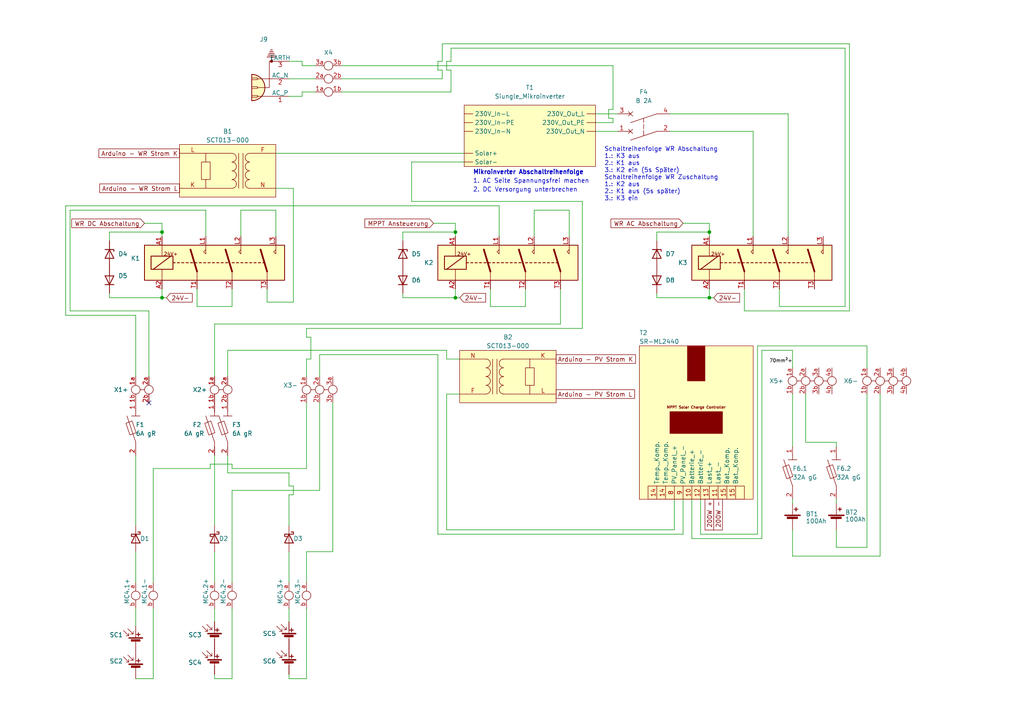
<source format=kicad_sch>
(kicad_sch (version 20211123) (generator eeschema)
  (paper "A4")
  (lib_symbols
    (symbol "AlexLib:Reihenklemme_2-pol-verbunden"
      (property "Reference" "X" (at 0 0 0))
      (property "Value" "Reihenklemme_2-pol-verbunden" (at 0 0 0))
      (symbol "Reihenklemme_2-pol-verbunden_0_1"
        (circle (center -8.89 -6.35) (radius 1.27))
        (circle (center -5.08 -6.35) (radius 1.27))
        (polyline (pts (xy -7.62 -6.35) (xy -6.35 -6.35)))
      )
      (symbol "Reihenklemme_2-pol-verbunden_1_1"
        (pin passive line (at -8.89 -2.54 270) (length 2.54) (name "") (number "1a"))
        (pin passive line (at -8.89 -10.16 90) (length 2.54) (name "") (number "1b"))
        (pin passive line (at -5.08 -2.54 270) (length 2.54) (name "") (number "2a"))
        (pin passive line (at -5.08 -10.16 90) (length 2.54) (name "") (number "2b"))
      )
    )
    (symbol "AlexLib:Reihenklemme_3-pol"
      (property "Reference" "X" (at 0 0 0))
      (property "Value" "Reihenklemme_3-pol" (at 0 0 0))
      (symbol "Reihenklemme_3-pol_0_1"
        (circle (center -8.89 -6.35) (radius 1.27))
        (circle (center -5.08 -6.35) (radius 1.27))
        (circle (center -1.27 -6.35) (radius 1.27))
      )
      (symbol "Reihenklemme_3-pol_1_1"
        (pin passive line (at -8.89 -2.54 270) (length 2.54) (name "") (number "1a"))
        (pin passive line (at -8.89 -10.16 90) (length 2.54) (name "") (number "1b"))
        (pin passive line (at -5.08 -2.54 270) (length 2.54) (name "") (number "2a"))
        (pin passive line (at -5.08 -10.16 90) (length 2.54) (name "") (number "2b"))
        (pin passive line (at -1.27 -2.54 270) (length 2.54) (name "") (number "3a"))
        (pin passive line (at -1.27 -10.16 90) (length 2.54) (name "") (number "3b"))
      )
    )
    (symbol "AlexLib:Reihenklemme_4-pol"
      (property "Reference" "X2+" (at -11.43 -8.8899 0))
      (symbol "Reihenklemme_4-pol_0_1"
        (circle (center -8.89 -10.16) (radius 1.27))
        (circle (center -5.08 -10.16) (radius 1.27))
        (circle (center -1.27 -10.16) (radius 1.27))
        (polyline (pts (xy -7.62 -10.16) (xy -6.35 -10.16)))
        (polyline (pts (xy -3.81 -10.16) (xy -2.54 -10.16)))
        (polyline (pts (xy 0 -10.16) (xy 1.27 -10.16)))
        (circle (center 2.54 -10.16) (radius 1.27))
      )
      (symbol "Reihenklemme_4-pol_1_1"
        (pin passive line (at -8.89 -6.35 270) (length 2.54) (name "") (number "1a"))
        (pin passive line (at -8.89 -13.97 90) (length 2.54) (name "") (number "1b"))
        (pin passive line (at -5.08 -6.35 270) (length 2.54) (name "") (number "2a"))
        (pin passive line (at -5.08 -13.97 90) (length 2.54) (name "") (number "2b"))
        (pin passive line (at -1.27 -6.35 270) (length 2.54) (name "") (number "3a"))
        (pin passive line (at -1.27 -13.97 90) (length 2.54) (name "") (number "3b"))
        (pin passive line (at 2.54 -13.97 90) (length 2.54) (name "") (number "4b"))
        (pin passive line (at 2.54 -6.35 270) (length 2.54) (name "") (number "4b"))
      )
    )
    (symbol "AlexLib:SCT013-000"
      (property "Reference" "B" (at -3.81 -1.27 0))
      (property "Value" "SCT013-000" (at 17.78 -1.27 0))
      (symbol "SCT013-000_0_1"
        (rectangle (start -3.81 -2.54) (end 24.13 -17.78) (fill (type background)))
        (polyline (pts (xy 5.715 -5.08) (xy 5.715 -15.24)))
        (polyline (pts (xy 6.985 -15.24) (xy 6.985 -5.08)))
        (polyline (pts (xy 8.89 -15.24) (xy 16.51 -15.24)))
        (polyline (pts (xy 8.89 -5.08) (xy 16.51 -5.08)))
        (arc (start 3.81 -15.2146) (mid 4.6939 -14.8463) (end 5.08 -13.97))
        (arc (start 3.81 -12.6746) (mid 4.6939 -12.3063) (end 5.08 -11.43))
        (arc (start 3.81 -10.1346) (mid 4.6939 -9.7663) (end 5.08 -8.89))
        (arc (start 3.81 -7.5946) (mid 4.6939 -7.2263) (end 5.08 -6.35))
        (arc (start 5.08 -13.97) (mid 4.708 -13.072) (end 3.81 -12.7))
        (arc (start 5.08 -11.43) (mid 4.708 -10.532) (end 3.81 -10.16))
        (arc (start 5.08 -8.89) (mid 4.708 -7.992) (end 3.81 -7.62))
        (arc (start 5.08 -6.35) (mid 4.708 -5.452) (end 3.81 -5.08))
        (arc (start 7.6454 -11.43) (mid 8.0099 -12.3101) (end 8.89 -12.6746))
        (arc (start 7.6454 -8.89) (mid 8.0099 -9.7701) (end 8.89 -10.1346))
        (arc (start 7.6454 -6.35) (mid 8.0099 -7.2301) (end 8.89 -7.5946))
        (arc (start 7.6708 -13.97) (mid 8.0354 -14.8499) (end 8.9154 -15.2146))
        (arc (start 8.89 -10.16) (mid 7.9958 -10.5285) (end 7.6454 -11.43))
        (arc (start 8.89 -7.62) (mid 7.9958 -7.9885) (end 7.6454 -8.89))
        (arc (start 8.89 -5.08) (mid 7.9958 -5.4485) (end 7.6454 -6.35))
        (arc (start 8.9154 -12.7) (mid 8.0209 -13.0683) (end 7.6708 -13.97))
        (rectangle (start 15.24 -7.62) (end 17.78 -12.7))
        (rectangle (start 16.51 -12.7) (end 16.51 -15.24))
        (rectangle (start 16.51 -5.08) (end 16.51 -7.62))
      )
      (symbol "SCT013-000_1_1"
        (pin passive line (at -3.81 -15.24 0) (length 7.62) (name "") (number "F"))
        (pin passive line (at 24.13 -5.08 180) (length 7.62) (name "") (number "K"))
        (pin passive line (at 24.13 -15.24 180) (length 7.62) (name "") (number "L"))
        (pin passive line (at -3.81 -5.08 0) (length 7.62) (name "") (number "N"))
      )
    )
    (symbol "AlexLib:SR-ML2440"
      (property "Reference" "T" (at 0 0 0))
      (property "Value" "SR-ML2440" (at 5.08 2.54 0))
      (symbol "SR-ML2440_0_0"
        (rectangle (start 0 -2.54) (end 33.02 -46.99) (fill (type background)))
        (rectangle (start 2.54 -43.18) (end 30.48 -46.99))
        (rectangle (start 8.89 -21.59) (end 24.13 -27.94) (fill (type outline)))
        (rectangle (start 13.97 -2.54) (end 19.05 -12.7) (fill (type outline)))
        (text "MPPT Solar Charge Controller" (at 16.51 -20.32 0) (effects (font (size 0.75 0.75))))
      )
      (symbol "SR-ML2440_1_1"
        (pin power_out line (at 15.24 -46.99 90) (length 3.81) (name "Batterie_+") (number "10"))
        (pin power_out line (at 22.86 -46.99 90) (length 3.81) (name "Last_-") (number "11"))
        (pin power_out line (at 17.78 -46.99 90) (length 3.81) (name "Batterie_-") (number "12"))
        (pin power_out line (at 20.32 -46.99 90) (length 3.81) (name "Last_+") (number "13"))
        (pin input line (at 5.08 -46.99 90) (length 3.81) (name "Temp._Komp.") (number "14"))
        (pin input line (at 7.62 -46.99 90) (length 3.81) (name "Temp._Komp.") (number "14"))
        (pin input line (at 25.4 -46.99 90) (length 3.81) (name "Bat._Komp.") (number "15"))
        (pin input line (at 27.94 -46.99 90) (length 3.81) (name "Bat._Komp.") (number "15"))
        (pin power_in line (at 10.16 -46.99 90) (length 3.81) (name "PV_Panel_+") (number "8"))
        (pin power_in line (at 12.7 -46.99 90) (length 3.81) (name "PV_Panel_-") (number "9"))
      )
    )
    (symbol "AlexLib:Sicherungstrennschalter 1 polig"
      (property "Reference" "F" (at 0 0 0))
      (property "Value" "Sicherungstrennschalter 1 polig" (at 0 0 0))
      (symbol "Sicherungstrennschalter 1 polig_0_1"
        (polyline (pts (xy -1.27 -11.43) (xy 1.27 -11.43)))
        (polyline (pts (xy 0 -19.05) (xy -2.54 -11.43)))
        (polyline (pts (xy -2.0066 -13.2334) (xy -2.8448 -13.5382) (xy -1.6764 -16.9418) (xy -0.8128 -16.6116)))
        (polyline (pts (xy -0.7366 -16.5862) (xy 0.1016 -16.2814) (xy -1.0668 -12.8778) (xy -1.9304 -13.208)))
      )
      (symbol "Sicherungstrennschalter 1 polig_1_1"
        (polyline (pts (xy 0 -19.05) (xy 0 -20.32)))
        (polyline (pts (xy 0 -10.16) (xy 0 -11.43)))
        (pin passive line (at 0 -7.62 270) (length 2.54) (name "~") (number "1"))
        (pin passive line (at 0 -22.86 90) (length 2.54) (name "~") (number "2"))
      )
    )
    (symbol "AlexLib:Siungle_Mikroinverter"
      (property "Reference" "T" (at -8.89 1.27 0))
      (property "Value" "Siungle_Mikroinverter" (at 0 3.81 0))
      (symbol "Siungle_Mikroinverter_0_1"
        (rectangle (start -10.16 -1.27) (end 27.94 -19.05) (fill (type background)))
      )
      (symbol "Siungle_Mikroinverter_1_1"
        (pin input line (at -10.16 -3.81 0) (length 2.54) (name "230V_In-L") (number ""))
        (pin input line (at -10.16 -8.89 0) (length 2.54) (name "230V_In-N") (number ""))
        (pin input line (at -10.16 -6.35 0) (length 2.54) (name "230V_In-PE") (number ""))
        (pin output line (at 27.94 -3.81 180) (length 2.54) (name "230V_Out_L") (number ""))
        (pin output line (at 27.94 -8.89 180) (length 2.54) (name "230V_Out_N") (number ""))
        (pin output line (at 27.94 -6.35 180) (length 2.54) (name "230V_Out_PE") (number ""))
        (pin input line (at -10.16 -15.24 0) (length 2.54) (name "Solar+") (number ""))
        (pin input line (at -10.16 -17.78 0) (length 2.54) (name "Solar-") (number ""))
      )
    )
    (symbol "AlexLib:power_contactor"
      (property "Reference" "K" (at 0 1.27 0))
      (property "Value" "power_contactor" (at 0 0 0))
      (symbol "power_contactor_0_0"
        (text "24V+" (at 16.51 6.35 0) (effects (font (size 1 1))))
      )
      (symbol "power_contactor_0_1"
        (polyline (pts (xy 11.43 1.905) (xy 16.51 5.715)) (stroke (width 0.254)))
        (polyline (pts (xy 13.97 -1.27) (xy 13.97 1.905)))
        (polyline (pts (xy 13.97 8.89) (xy 13.97 5.715)))
        (polyline (pts (xy 17.145 3.81) (xy 17.78 3.81)) (stroke (width 0.254)))
        (polyline (pts (xy 18.415 3.81) (xy 19.05 3.81)) (stroke (width 0.254)))
        (polyline (pts (xy 19.685 3.81) (xy 20.32 3.81)) (stroke (width 0.254)))
        (polyline (pts (xy 20.955 3.81) (xy 21.59 3.81)) (stroke (width 0.254)))
        (polyline (pts (xy 22.225 3.81) (xy 22.86 3.81)) (stroke (width 0.254)))
        (polyline (pts (xy 23.495 3.81) (xy 24.13 3.81)) (stroke (width 0.254)))
        (polyline (pts (xy 24.13 1.27) (xy 22.225 7.62)) (stroke (width 0.508)))
        (polyline (pts (xy 24.13 1.27) (xy 24.13 -1.27)))
        (polyline (pts (xy 24.765 3.81) (xy 25.4 3.81)) (stroke (width 0.254)))
        (polyline (pts (xy 26.035 3.81) (xy 26.67 3.81)) (stroke (width 0.254)))
        (polyline (pts (xy 27.305 3.81) (xy 27.94 3.81)) (stroke (width 0.254)))
        (polyline (pts (xy 28.575 3.81) (xy 29.21 3.81)) (stroke (width 0.254)))
        (polyline (pts (xy 29.845 3.81) (xy 30.48 3.81)) (stroke (width 0.254)))
        (polyline (pts (xy 31.115 3.81) (xy 31.75 3.81)) (stroke (width 0.254)))
        (polyline (pts (xy 32.385 3.81) (xy 33.02 3.81)) (stroke (width 0.254)))
        (polyline (pts (xy 34.29 1.27) (xy 32.385 7.62)) (stroke (width 0.508)))
        (polyline (pts (xy 34.29 1.27) (xy 34.29 -1.27)))
        (polyline (pts (xy 34.29 3.81) (xy 34.925 3.81)) (stroke (width 0.254)))
        (polyline (pts (xy 35.56 3.81) (xy 36.195 3.81)) (stroke (width 0.254)))
        (polyline (pts (xy 36.83 3.81) (xy 37.465 3.81)) (stroke (width 0.254)))
        (polyline (pts (xy 38.1 3.81) (xy 38.735 3.81)) (stroke (width 0.254)))
        (polyline (pts (xy 39.37 3.81) (xy 40.005 3.81)) (stroke (width 0.254)))
        (polyline (pts (xy 40.64 3.81) (xy 41.275 3.81)) (stroke (width 0.254)))
        (polyline (pts (xy 41.91 3.81) (xy 42.545 3.81)) (stroke (width 0.254)))
        (polyline (pts (xy 43.18 3.81) (xy 43.815 3.81)) (stroke (width 0.254)))
        (polyline (pts (xy 44.45 1.27) (xy 42.545 7.62)) (stroke (width 0.508)))
        (polyline (pts (xy 44.45 1.27) (xy 44.45 -1.27)))
        (polyline (pts (xy 26.67 8.89) (xy 26.67 6.35) (xy 26.035 6.985) (xy 26.67 7.62)))
        (polyline (pts (xy 36.83 8.89) (xy 36.83 6.35) (xy 36.195 6.985) (xy 36.83 7.62)))
        (polyline (pts (xy 46.99 8.89) (xy 46.99 6.35) (xy 46.355 6.985) (xy 46.99 7.62)))
        (rectangle (start 8.89 8.89) (end 49.53 -1.27) (stroke (width 0.254)) (fill (type background)))
        (rectangle (start 10.795 5.715) (end 17.145 1.905) (stroke (width 0.254)))
      )
      (symbol "power_contactor_1_1"
        (pin passive line (at 13.97 11.43 270) (length 2.54) (name "~") (number "A1"))
        (pin passive line (at 13.97 -3.81 90) (length 2.54) (name "~") (number "A2"))
        (pin passive line (at 26.67 11.43 270) (length 2.54) (name "~") (number "L1"))
        (pin passive line (at 36.83 11.43 270) (length 2.54) (name "~") (number "L2"))
        (pin passive line (at 46.99 11.43 270) (length 2.54) (name "~") (number "L3"))
        (pin passive line (at 24.13 -3.81 90) (length 2.54) (name "~") (number "T1"))
        (pin passive line (at 34.29 -3.81 90) (length 2.54) (name "~") (number "T2"))
        (pin passive line (at 44.45 -3.81 90) (length 2.54) (name "~") (number "T3"))
      )
    )
    (symbol "AlexanderTonnLib:Reihenklemme"
      (property "Reference" "X" (at -5.08 -5.08 0))
      (property "Value" "Reihenklemme" (at 1.27 -7.62 0))
      (symbol "Reihenklemme_0_1"
        (circle (center -1.27 -6.35) (radius 1.27))
      )
      (symbol "Reihenklemme_1_1"
        (pin passive line (at -1.27 -2.54 270) (length 2.54) (name "") (number "a"))
        (pin passive line (at -1.27 -10.16 90) (length 2.54) (name "") (number "b"))
      )
    )
    (symbol "AlexanderTonnLib:Reihenklemme_3-pol-verbunden"
      (property "Reference" "X" (at 0 0 0))
      (property "Value" "Reihenklemme_3-pol-verbunden" (at 0 0 0))
      (symbol "Reihenklemme_3-pol-verbunden_0_1"
        (circle (center -8.89 -10.16) (radius 1.27))
        (circle (center -5.08 -10.16) (radius 1.27))
        (circle (center -1.27 -10.16) (radius 1.27))
        (polyline (pts (xy -7.62 -10.16) (xy -6.35 -10.16)))
        (polyline (pts (xy -3.81 -10.16) (xy -2.54 -10.16)))
      )
      (symbol "Reihenklemme_3-pol-verbunden_1_1"
        (pin passive line (at -8.89 -6.35 270) (length 2.54) (name "") (number "1a"))
        (pin passive line (at -8.89 -13.97 90) (length 2.54) (name "") (number "1b"))
        (pin passive line (at -5.08 -6.35 270) (length 2.54) (name "") (number "2a"))
        (pin passive line (at -5.08 -13.97 90) (length 2.54) (name "") (number "2b"))
        (pin passive line (at -1.27 -6.35 270) (length 2.54) (name "") (number "3a"))
        (pin passive line (at -1.27 -13.97 90) (length 2.54) (name "") (number "3b"))
      )
    )
    (symbol "Connector:Conn_WallSocket_Earth" (pin_names (offset 0))
      (property "Reference" "J" (at 3.81 6.985 0))
      (property "Value" "Conn_WallSocket_Earth" (at 7.62 2.54 90))
      (symbol "Conn_WallSocket_Earth_0_1"
        (circle (center 0 -5.08) (radius 0.3556) (fill (type outline)))
        (polyline (pts (xy -1.27 -6.35) (xy 1.27 -6.35)) (stroke (width 0.2032)))
        (polyline (pts (xy 0 -5.08) (xy 0 -6.35)) (stroke (width 0.2032)))
        (polyline (pts (xy 0.254 -8.382) (xy -0.254 -8.382)) (stroke (width 0.2032)))
        (polyline (pts (xy 0.508 -7.874) (xy -0.508 -7.874)) (stroke (width 0.2032)))
        (polyline (pts (xy 0.762 -7.366) (xy -0.762 -7.366)) (stroke (width 0.2032)))
        (polyline (pts (xy 1.016 -6.858) (xy -1.016 -6.858)) (stroke (width 0.2032)))
        (polyline (pts (xy 4.064 0) (xy 0 0)))
        (polyline (pts (xy 4.064 5.08) (xy 0 5.08)))
        (polyline (pts (xy 5.715 -1.27) (xy 5.715 6.35)) (stroke (width 0.254)))
        (polyline (pts (xy 0 -5.08) (xy 0.635 -5.08) (xy 0.635 2.54) (xy 4.064 2.54)))
        (rectangle (start 5.715 -0.254) (end 4.064 0.254))
        (rectangle (start 5.715 2.286) (end 4.064 2.794))
        (rectangle (start 5.715 4.826) (end 4.064 5.334))
        (arc (start 5.715 6.35) (mid 1.905 2.54) (end 5.715 -1.27) (stroke (width 0.254)) (fill (type background)))
      )
      (symbol "Conn_WallSocket_Earth_1_1"
        (pin power_in line (at -5.08 5.08 0) (length 5.08) (name "AC_P") (number "1"))
        (pin power_in line (at -5.08 0 0) (length 5.08) (name "AC_N") (number "2"))
        (pin passive line (at -5.08 -5.08 0) (length 5.08) (name "EARTH") (number "3"))
      )
    )
    (symbol "Device:Battery_Cell" (pin_numbers hide) (pin_names (offset 0) hide)
      (property "Reference" "BT" (at 2.54 2.54 0))
      (property "Value" "Battery_Cell" (at 2.54 0 0))
      (symbol "Battery_Cell_0_1"
        (rectangle (start -2.286 1.778) (end 2.286 1.524) (fill (type outline)))
        (rectangle (start -1.5748 1.1938) (end 1.4732 0.6858) (fill (type outline)))
        (polyline (pts (xy 0 0.762) (xy 0 0)))
        (polyline (pts (xy 0 1.778) (xy 0 2.54)))
        (polyline (pts (xy 0.508 3.429) (xy 1.524 3.429)) (stroke (width 0.254)))
        (polyline (pts (xy 1.016 3.937) (xy 1.016 2.921)) (stroke (width 0.254)))
      )
      (symbol "Battery_Cell_1_1"
        (pin passive line (at 0 5.08 270) (length 2.54) (name "+") (number "1"))
        (pin passive line (at 0 -2.54 90) (length 2.54) (name "-") (number "2"))
      )
    )
    (symbol "Device:CircuitBreaker_2P"
      (property "Reference" "CB" (at 3.81 0 0))
      (property "Value" "CircuitBreaker_2P" (at 3.81 2.54 0))
      (symbol "CircuitBreaker_2P_0_1"
        (polyline (pts (xy -3.81 0) (xy -2.286 0)))
        (polyline (pts (xy -2.54 -3.81) (xy -5.08 3.81)))
        (polyline (pts (xy -1.778 0) (xy -0.508 0)))
        (polyline (pts (xy 0 0) (xy 1.27 0)))
        (polyline (pts (xy 2.54 -5.08) (xy 2.54 -3.81)))
        (polyline (pts (xy 2.54 -3.81) (xy 0 3.81)))
      )
      (symbol "CircuitBreaker_2P_1_1"
        (polyline (pts (xy -3.175 4.445) (xy -1.905 3.175)))
        (polyline (pts (xy -2.54 -3.81) (xy -2.54 -5.08)))
        (polyline (pts (xy -2.54 5.08) (xy -2.54 3.81)))
        (polyline (pts (xy -1.905 4.445) (xy -3.175 3.175)))
        (polyline (pts (xy 1.905 4.445) (xy 3.175 3.175)))
        (polyline (pts (xy 2.54 5.08) (xy 2.54 3.81)))
        (polyline (pts (xy 3.175 4.445) (xy 1.905 3.175)))
        (pin passive line (at -2.54 7.62 270) (length 2.54) (name "~") (number "1"))
        (pin passive line (at -2.54 -7.62 90) (length 2.54) (name "~") (number "2"))
        (pin passive line (at 2.54 7.62 270) (length 2.54) (name "~") (number "3"))
        (pin passive line (at 2.54 -7.62 90) (length 2.54) (name "~") (number "4"))
      )
    )
    (symbol "Device:D_Schottky" (pin_numbers hide) (pin_names (offset 1.016) hide)
      (property "Reference" "D" (at 0 2.54 0))
      (property "Value" "D_Schottky" (at 0 -2.54 0))
      (symbol "D_Schottky_0_1"
        (polyline (pts (xy 1.27 0) (xy -1.27 0)))
        (polyline (pts (xy 1.27 1.27) (xy 1.27 -1.27) (xy -1.27 0) (xy 1.27 1.27)) (stroke (width 0.254)))
        (polyline (pts (xy -1.905 0.635) (xy -1.905 1.27) (xy -1.27 1.27) (xy -1.27 -1.27) (xy -0.635 -1.27) (xy -0.635 -0.635)) (stroke (width 0.254)))
      )
      (symbol "D_Schottky_1_1"
        (pin passive line (at -3.81 0 0) (length 2.54) (name "K") (number "1"))
        (pin passive line (at 3.81 0 180) (length 2.54) (name "A") (number "2"))
      )
    )
    (symbol "Device:D_Zener" (pin_numbers hide) (pin_names (offset 1.016) hide)
      (property "Reference" "D" (at 0 2.54 0))
      (property "Value" "D_Zener" (at 0 -2.54 0))
      (symbol "D_Zener_0_1"
        (polyline (pts (xy 1.27 0) (xy -1.27 0)))
        (polyline (pts (xy -1.27 -1.27) (xy -1.27 1.27) (xy -0.762 1.27)) (stroke (width 0.254)))
        (polyline (pts (xy 1.27 -1.27) (xy 1.27 1.27) (xy -1.27 0) (xy 1.27 -1.27)) (stroke (width 0.254)))
      )
      (symbol "D_Zener_1_1"
        (pin passive line (at -3.81 0 0) (length 2.54) (name "K") (number "1"))
        (pin passive line (at 3.81 0 180) (length 2.54) (name "A") (number "2"))
      )
    )
    (symbol "Device:Solar_Cell" (pin_numbers hide) (pin_names (offset 0) hide)
      (property "Reference" "SC" (at 2.54 2.54 0))
      (property "Value" "Solar_Cell" (at 2.54 0 0))
      (symbol "Solar_Cell_0_1"
        (rectangle (start -2.032 1.778) (end 2.032 1.524) (fill (type outline)))
        (rectangle (start -1.3208 1.1938) (end 1.27 0.6858) (fill (type outline)))
        (polyline (pts (xy -2.032 2.286) (xy -3.556 3.81)))
        (polyline (pts (xy -0.762 2.794) (xy -2.286 4.318)))
        (polyline (pts (xy 0 0.762) (xy 0 0)))
        (polyline (pts (xy 0 1.778) (xy 0 2.54)))
        (polyline (pts (xy 0.254 2.667) (xy 1.27 2.667)) (stroke (width 0.254)))
        (polyline (pts (xy 0.762 3.175) (xy 0.762 2.159)) (stroke (width 0.254)))
        (polyline (pts (xy -2.032 3.048) (xy -2.032 2.286) (xy -2.794 2.286)))
        (polyline (pts (xy -0.762 3.556) (xy -0.762 2.794) (xy -1.524 2.794)))
      )
      (symbol "Solar_Cell_1_1"
        (pin passive line (at 0 5.08 270) (length 2.54) (name "+") (number "1"))
        (pin passive line (at 0 -2.54 90) (length 2.54) (name "-") (number "2"))
      )
    )
    (symbol "Simulation_SPICE:DIODE" (pin_numbers hide) (pin_names (offset 1.016) hide)
      (property "Reference" "D" (at 0 2.54 0))
      (property "Value" "DIODE" (at 0 -2.54 0))
      (symbol "DIODE_0_1"
        (polyline (pts (xy 1.27 0) (xy -1.27 0)))
        (polyline (pts (xy 1.27 1.27) (xy 1.27 -1.27)) (stroke (width 0.254)))
        (polyline (pts (xy -1.27 -1.27) (xy -1.27 1.27) (xy 1.27 0) (xy -1.27 -1.27)) (stroke (width 0.254)))
      )
      (symbol "DIODE_1_1"
        (pin passive line (at -3.81 0 0) (length 2.54) (name "A") (number "1"))
        (pin passive line (at 3.81 0 180) (length 2.54) (name "K") (number "2"))
      )
    )
  )
  (junction (at 46.99 86.36))
  (junction (at 132.08 67.31))
  (junction (at 46.99 67.31))
  (junction (at 205.74 67.31))
  (junction (at 132.08 86.36))
  (junction (at 205.74 86.36))
  (no_connect (at 43.18 116.84))
  (wire (pts (xy 62.23 93.98) (xy 62.23 109.22)))
  (wire (pts (xy 129.54 17.78) (xy 129.54 20.32)))
  (wire (pts (xy 83.82 160.02) (xy 83.82 168.91)))
  (wire (pts (xy 203.2 154.94) (xy 219.71 154.94)))
  (wire (pts (xy 245.11 88.9) (xy 245.11 13.97)))
  (wire (pts (xy 242.57 128.27) (xy 242.57 129.54)))
  (wire (pts (xy 229.87 153.67) (xy 229.87 161.29)))
  (wire (pts (xy 92.71 116.84) (xy 92.71 142.24)))
  (wire (pts (xy 219.71 100.33) (xy 251.46 100.33)))
  (wire (pts (xy 83.82 143.51) (xy 85.09 143.51)))
  (wire (pts (xy 194.31 33.02) (xy 228.6 33.02)))
  (wire (pts (xy 130.81 17.78) (xy 129.54 17.78)))
  (wire (pts (xy 229.87 161.29) (xy 255.27 161.29)))
  (wire (pts (xy 67.31 134.62) (xy 60.96 134.62)))
  (wire (pts (xy 205.74 86.36) (xy 205.74 83.82)))
  (wire (pts (xy 129.54 104.14) (xy 133.35 104.14)))
  (wire (pts (xy 242.57 144.78) (xy 242.57 146.05)))
  (wire (pts (xy 62.23 160.02) (xy 62.23 168.91)))
  (wire (pts (xy 99.06 19.05) (xy 177.8 19.05)))
  (wire (pts (xy 242.57 153.67) (xy 242.57 158.75)))
  (wire (pts (xy 168.91 58.42) (xy 119.38 58.42)))
  (wire (pts (xy 87.63 27.94) (xy 87.63 26.67)))
  (wire (pts (xy 152.4 88.9) (xy 152.4 83.82)))
  (wire (pts (xy 43.18 90.17) (xy 20.32 90.17)))
  (wire (pts (xy 128.27 22.86) (xy 99.06 22.86)))
  (wire (pts (xy 88.9 97.79) (xy 90.17 97.79)))
  (wire (pts (xy 83.82 176.53) (xy 83.82 180.34)))
  (wire (pts (xy 88.9 104.14) (xy 88.9 109.22)))
  (wire (pts (xy 88.9 196.85) (xy 83.82 196.85)))
  (wire (pts (xy 83.82 140.97) (xy 83.82 137.16)))
  (wire (pts (xy 154.94 68.58) (xy 154.94 60.96)))
  (wire (pts (xy 200.66 144.78) (xy 200.66 156.21)))
  (wire (pts (xy 62.23 176.53) (xy 62.23 180.34)))
  (wire (pts (xy 90.17 97.79) (xy 90.17 104.14)))
  (wire (pts (xy 176.53 34.29) (xy 176.53 31.75)))
  (wire (pts (xy 215.9 90.17) (xy 246.38 90.17)))
  (wire (pts (xy 198.12 154.94) (xy 198.12 144.78)))
  (wire (pts (xy 132.08 64.77) (xy 132.08 67.31)))
  (wire (pts (xy 69.85 60.96) (xy 80.01 60.96)))
  (wire (pts (xy 129.54 153.67) (xy 195.58 153.67)))
  (wire (pts (xy 119.38 46.99) (xy 134.62 46.99)))
  (wire (pts (xy 20.32 60.96) (xy 59.69 60.96)))
  (wire (pts (xy 87.63 17.78) (xy 83.82 17.78)))
  (wire (pts (xy 67.31 135.89) (xy 67.31 134.62)))
  (wire (pts (xy 127 102.87) (xy 127 154.94)))
  (wire (pts (xy 39.37 91.44) (xy 19.05 91.44)))
  (wire (pts (xy 46.99 67.31) (xy 46.99 68.58)))
  (wire (pts (xy 218.44 38.1) (xy 218.44 68.58)))
  (wire (pts (xy 88.9 160.02) (xy 96.52 160.02)))
  (wire (pts (xy 190.5 85.09) (xy 190.5 86.36)))
  (wire (pts (xy 39.37 91.44) (xy 39.37 109.22)))
  (wire (pts (xy 162.56 93.98) (xy 62.23 93.98)))
  (wire (pts (xy 57.15 88.9) (xy 67.31 88.9)))
  (wire (pts (xy 154.94 60.96) (xy 165.1 60.96)))
  (wire (pts (xy 190.5 67.31) (xy 205.74 67.31)))
  (wire (pts (xy 31.75 67.31) (xy 46.99 67.31)))
  (wire (pts (xy 20.32 90.17) (xy 20.32 60.96)))
  (wire (pts (xy 67.31 196.85) (xy 62.23 196.85)))
  (wire (pts (xy 59.69 60.96) (xy 59.69 68.58)))
  (wire (pts (xy 242.57 158.75) (xy 251.46 158.75)))
  (wire (pts (xy 190.5 86.36) (xy 205.74 86.36)))
  (wire (pts (xy 116.84 69.85) (xy 116.84 67.31)))
  (wire (pts (xy 190.5 69.85) (xy 190.5 67.31)))
  (wire (pts (xy 233.68 114.3) (xy 233.68 128.27)))
  (wire (pts (xy 41.91 64.77) (xy 46.99 64.77)))
  (wire (pts (xy 85.09 143.51) (xy 85.09 140.97)))
  (wire (pts (xy 67.31 88.9) (xy 67.31 83.82)))
  (wire (pts (xy 251.46 100.33) (xy 251.46 106.68)))
  (wire (pts (xy 229.87 114.3) (xy 229.87 129.54)))
  (wire (pts (xy 144.78 59.69) (xy 144.78 68.58)))
  (wire (pts (xy 88.9 135.89) (xy 67.31 135.89)))
  (wire (pts (xy 67.31 142.24) (xy 92.71 142.24)))
  (wire (pts (xy 19.05 91.44) (xy 19.05 59.69)))
  (wire (pts (xy 83.82 195.58) (xy 83.82 196.85)))
  (wire (pts (xy 130.81 26.67) (xy 99.06 26.67)))
  (wire (pts (xy 255.27 161.29) (xy 255.27 114.3)))
  (wire (pts (xy 127 20.32) (xy 128.27 20.32)))
  (wire (pts (xy 129.54 114.3) (xy 129.54 153.67)))
  (wire (pts (xy 67.31 168.91) (xy 67.31 142.24)))
  (wire (pts (xy 128.27 20.32) (xy 128.27 22.86)))
  (wire (pts (xy 90.17 104.14) (xy 88.9 104.14)))
  (wire (pts (xy 96.52 160.02) (xy 96.52 116.84)))
  (wire (pts (xy 83.82 22.86) (xy 91.44 22.86)))
  (wire (pts (xy 165.1 60.96) (xy 165.1 68.58)))
  (wire (pts (xy 142.24 88.9) (xy 152.4 88.9)))
  (wire (pts (xy 132.08 86.36) (xy 133.35 86.36)))
  (wire (pts (xy 194.31 38.1) (xy 218.44 38.1)))
  (wire (pts (xy 77.47 87.63) (xy 85.09 87.63)))
  (wire (pts (xy 132.08 83.82) (xy 132.08 86.36)))
  (wire (pts (xy 220.98 101.6) (xy 220.98 156.21)))
  (wire (pts (xy 177.8 31.75) (xy 177.8 19.05)))
  (wire (pts (xy 168.91 95.25) (xy 168.91 58.42)))
  (wire (pts (xy 43.18 109.22) (xy 43.18 90.17)))
  (wire (pts (xy 207.01 86.36) (xy 205.74 86.36)))
  (wire (pts (xy 31.75 69.85) (xy 31.75 67.31)))
  (wire (pts (xy 132.08 67.31) (xy 132.08 68.58)))
  (wire (pts (xy 46.99 64.77) (xy 46.99 67.31)))
  (wire (pts (xy 80.01 60.96) (xy 80.01 68.58)))
  (wire (pts (xy 203.2 144.78) (xy 203.2 154.94)))
  (wire (pts (xy 172.72 35.56) (xy 177.8 35.56)))
  (wire (pts (xy 88.9 95.25) (xy 88.9 97.79)))
  (wire (pts (xy 229.87 144.78) (xy 229.87 146.05)))
  (wire (pts (xy 92.71 102.87) (xy 92.71 109.22)))
  (wire (pts (xy 226.06 88.9) (xy 245.11 88.9)))
  (wire (pts (xy 142.24 83.82) (xy 142.24 88.9)))
  (wire (pts (xy 205.74 64.77) (xy 205.74 67.31)))
  (wire (pts (xy 66.04 132.08) (xy 66.04 137.16)))
  (wire (pts (xy 229.87 101.6) (xy 229.87 106.68)))
  (wire (pts (xy 133.35 114.3) (xy 129.54 114.3)))
  (wire (pts (xy 31.75 86.36) (xy 46.99 86.36)))
  (wire (pts (xy 88.9 176.53) (xy 88.9 196.85)))
  (wire (pts (xy 88.9 95.25) (xy 168.91 95.25)))
  (wire (pts (xy 200.66 156.21) (xy 220.98 156.21)))
  (wire (pts (xy 69.85 68.58) (xy 69.85 60.96)))
  (wire (pts (xy 92.71 102.87) (xy 127 102.87)))
  (wire (pts (xy 85.09 87.63) (xy 85.09 54.61)))
  (wire (pts (xy 77.47 83.82) (xy 77.47 87.63)))
  (wire (pts (xy 66.04 101.6) (xy 66.04 109.22)))
  (wire (pts (xy 219.71 154.94) (xy 219.71 100.33)))
  (wire (pts (xy 116.84 67.31) (xy 132.08 67.31)))
  (wire (pts (xy 176.53 31.75) (xy 177.8 31.75)))
  (wire (pts (xy 179.07 38.1) (xy 172.72 38.1)))
  (wire (pts (xy 39.37 176.53) (xy 39.37 181.61)))
  (wire (pts (xy 119.38 58.42) (xy 119.38 46.99)))
  (wire (pts (xy 83.82 27.94) (xy 87.63 27.94)))
  (wire (pts (xy 57.15 83.82) (xy 57.15 88.9)))
  (wire (pts (xy 127 154.94) (xy 198.12 154.94)))
  (wire (pts (xy 48.26 86.36) (xy 46.99 86.36)))
  (wire (pts (xy 46.99 86.36) (xy 46.99 83.82)))
  (wire (pts (xy 60.96 135.89) (xy 44.45 135.89)))
  (wire (pts (xy 31.75 85.09) (xy 31.75 86.36)))
  (wire (pts (xy 44.45 176.53) (xy 44.45 196.85)))
  (wire (pts (xy 19.05 59.69) (xy 144.78 59.69)))
  (wire (pts (xy 233.68 128.27) (xy 242.57 128.27)))
  (wire (pts (xy 220.98 101.6) (xy 229.87 101.6)))
  (wire (pts (xy 60.96 134.62) (xy 60.96 135.89)))
  (wire (pts (xy 226.06 83.82) (xy 226.06 88.9)))
  (wire (pts (xy 130.81 13.97) (xy 130.81 17.78)))
  (wire (pts (xy 205.74 67.31) (xy 205.74 68.58)))
  (wire (pts (xy 128.27 12.7) (xy 128.27 17.78)))
  (wire (pts (xy 62.23 132.08) (xy 62.23 152.4)))
  (wire (pts (xy 177.8 35.56) (xy 177.8 34.29)))
  (wire (pts (xy 129.54 101.6) (xy 129.54 104.14)))
  (wire (pts (xy 67.31 176.53) (xy 67.31 196.85)))
  (wire (pts (xy 228.6 33.02) (xy 228.6 68.58)))
  (wire (pts (xy 80.01 44.45) (xy 134.62 44.45)))
  (wire (pts (xy 62.23 196.85) (xy 62.23 195.58)))
  (wire (pts (xy 87.63 19.05) (xy 91.44 19.05)))
  (wire (pts (xy 39.37 160.02) (xy 39.37 168.91)))
  (wire (pts (xy 87.63 19.05) (xy 87.63 17.78)))
  (wire (pts (xy 179.07 33.02) (xy 172.72 33.02)))
  (wire (pts (xy 251.46 158.75) (xy 251.46 114.3)))
  (wire (pts (xy 215.9 83.82) (xy 215.9 90.17)))
  (wire (pts (xy 246.38 12.7) (xy 128.27 12.7)))
  (wire (pts (xy 195.58 153.67) (xy 195.58 144.78)))
  (wire (pts (xy 83.82 137.16) (xy 66.04 137.16)))
  (wire (pts (xy 177.8 34.29) (xy 176.53 34.29)))
  (wire (pts (xy 127 17.78) (xy 127 20.32)))
  (wire (pts (xy 129.54 20.32) (xy 130.81 20.32)))
  (wire (pts (xy 198.12 64.77) (xy 205.74 64.77)))
  (wire (pts (xy 44.45 135.89) (xy 44.45 168.91)))
  (wire (pts (xy 116.84 86.36) (xy 132.08 86.36)))
  (wire (pts (xy 129.54 101.6) (xy 66.04 101.6)))
  (wire (pts (xy 88.9 116.84) (xy 88.9 135.89)))
  (wire (pts (xy 246.38 90.17) (xy 246.38 12.7)))
  (wire (pts (xy 245.11 13.97) (xy 130.81 13.97)))
  (wire (pts (xy 85.09 140.97) (xy 83.82 140.97)))
  (wire (pts (xy 130.81 20.32) (xy 130.81 26.67)))
  (wire (pts (xy 83.82 143.51) (xy 83.82 152.4)))
  (wire (pts (xy 39.37 132.08) (xy 39.37 152.4)))
  (wire (pts (xy 44.45 196.85) (xy 39.37 196.85)))
  (wire (pts (xy 88.9 168.91) (xy 88.9 160.02)))
  (wire (pts (xy 116.84 85.09) (xy 116.84 86.36)))
  (wire (pts (xy 80.01 54.61) (xy 85.09 54.61)))
  (wire (pts (xy 162.56 83.82) (xy 162.56 93.98)))
  (wire (pts (xy 128.27 17.78) (xy 127 17.78)))
  (wire (pts (xy 125.73 64.77) (xy 132.08 64.77)))
  (wire (pts (xy 87.63 26.67) (xy 91.44 26.67)))
  (text "Mikroinverter Abschaltreihenfolge" (at 137.16 50.8 0) (effects (font (size 1.27 1.27) (thickness 0.254) bold) (justify left bottom)))
  (text "1. AC Seite Spannungsfrei machen" (at 137.16 53.34 0) (effects (font (size 1.27 1.27)) (justify left bottom)))
  (text "Schaltreihenfolge WR Abschaltung\n1.: K3 aus\n2.: K1 aus\n3.: K2 ein (5s Später)\nSchaltreihenfolge WR Zuschaltung\n1.: K2 aus\n2.: K1 aus (5s später)\n3.: K3 ein " (at 175.26 58.42 0) (effects (font (size 1.27 1.27)) (justify left bottom)))
  (text "2. DC Versorgung unterbrechen" (at 137.16 55.88 0) (effects (font (size 1.27 1.27)) (justify left bottom)))
  (label "70mm²+" (at 229.87 105.41 180) (effects (font (size 1 1))))
  (global_label "Arduino - WR Strom K" (shape passive) (at 52.07 44.45 180) (property "Referenzen zwischen Schaltplänen" "${INTERSHEET_REFS}" (effects hide)))
  (global_label "24V-" (shape input) (at 48.26 86.36 0) (property "Referenzen zwischen Schaltplänen" "${INTERSHEET_REFS}" (effects hide)))
  (global_label "200W -" (shape passive) (at 208.28 144.78 270) (property "Referenzen zwischen Schaltplänen" "${INTERSHEET_REFS}" (effects hide)))
  (global_label "24V-" (shape input) (at 207.01 86.36 0) (property "Referenzen zwischen Schaltplänen" "${INTERSHEET_REFS}" (effects hide)))
  (global_label "24V-" (shape input) (at 133.35 86.36 0) (property "Referenzen zwischen Schaltplänen" "${INTERSHEET_REFS}" (effects hide)))
  (global_label "MPPT Ansteuerung" (shape input) (at 125.73 64.77 180) (property "Referenzen zwischen Schaltplänen" "${INTERSHEET_REFS}" (effects hide)))
  (global_label "WR DC Abschaltung" (shape input) (at 41.91 64.77 180) (property "Referenzen zwischen Schaltplänen" "${INTERSHEET_REFS}" (effects hide)))
  (global_label "200W +" (shape passive) (at 205.74 144.78 270) (property "Referenzen zwischen Schaltplänen" "${INTERSHEET_REFS}" (effects hide)))
  (global_label "WR AC Abschaltung" (shape input) (at 198.12 64.77 180) (property "Referenzen zwischen Schaltplänen" "${INTERSHEET_REFS}" (effects hide)))
  (global_label "Arduino - WR Strom L" (shape passive) (at 52.07 54.61 180) (property "Referenzen zwischen Schaltplänen" "${INTERSHEET_REFS}" (effects hide)))
  (global_label "Arduino - PV Strom K" (shape passive) (at 161.29 104.14 0) (property "Referenzen zwischen Schaltplänen" "${INTERSHEET_REFS}" (effects hide)))
  (global_label "Arduino - PV Strom L" (shape passive) (at 161.29 114.3 0) (property "Referenzen zwischen Schaltplänen" "${INTERSHEET_REFS}" (effects hide)))
  (symbol (lib_id "AlexLib:Sicherungstrennschalter 1 polig") (at 229.87 121.92 0) (unit 1)
    (property "Reference" "F6.1" (at 229.87 135.89 0) (effects (justify left)))
    (property "Value" "32A gG" (at 229.87 138.43 0) (effects (justify left)))
    (property "Datasheet" "https://www.schutzschalter-online.de/produkte/sicherungssysteme-lasttrennschalter-sicherungen-sicherungshalter/lasttrennschalter-fuer-zylindrische-sicherungen/opvp10-lasttrennschalter-fuer-10x38mm-sicherungen.html" (effects hide))
  )
  (symbol (lib_id "Device:Solar_Cell") (at 83.82 185.42 0) (unit 1)
    (property "Reference" "SC5" (at 76.2 183.7691 0) (effects (justify left)))
    (property "Value" "Solar_Cell" (effects hide))
  )
  (symbol (lib_id "AlexanderTonnLib:Reihenklemme") (at 45.72 166.37 0) (unit 1)
    (property "Reference" "MC4.1-" (at 41.91 175.26 90) (effects (justify left)))
    (property "Value" "Reihenklemme" (effects hide))
  )
  (symbol (lib_id "AlexLib:power_contactor") (at 191.77 80.01 0) (unit 1)
    (property "Reference" "K3" (at 199.39 76.1999 0) (effects (justify right)))
    (property "Value" "power_contactor" (effects hide))
  )
  (symbol (lib_id "AlexanderTonnLib:Reihenklemme") (at 85.09 166.37 0) (unit 1)
    (property "Reference" "MC4.3+" (at 81.28 175.26 90) (effects (justify left)))
    (property "Value" "Reihenklemme" (effects hide))
  )
  (symbol (lib_id "Device:Battery_Cell") (at 242.57 151.13 0) (unit 1)
    (property "Reference" "BT2" (at 245.11 148.59 0) (effects (justify left)))
    (property "Value" "100Ah" (at 245.11 150.6221 0) (effects (justify left)))
  )
  (symbol (lib_id "AlexanderTonnLib:Reihenklemme") (at 40.64 166.37 0) (unit 1)
    (property "Reference" "MC4.1+" (at 36.83 175.26 90) (effects (justify left)))
    (property "Value" "Reihenklemme" (effects hide))
  )
  (symbol (lib_id "Device:D_Zener") (at 190.5 73.66 270) (unit 1)
    (property "Reference" "D7" (at 193.04 73.6599 90) (effects (justify left)))
    (property "Value" "D_Zener" (effects hide))
  )
  (symbol (lib_id "AlexLib:Siungle_Mikroinverter") (at 144.78 29.21 0) (unit 1)
    (property "Reference" "T1" (at 153.67 25.4 0))
    (property "Value" "Siungle_Mikroinverter" (at 153.67 27.94 0))
  )
  (symbol (lib_id "Device:Solar_Cell") (at 39.37 186.69 0) (unit 1)
    (property "Reference" "SC1" (at 31.75 184.15 0) (effects (justify left)))
    (property "Value" "Solar_Cell" (effects hide))
  )
  (symbol (lib_id "AlexLib:power_contactor") (at 33.02 80.01 0) (unit 1)
    (property "Reference" "K1" (at 40.64 74.9299 0) (effects (justify right)))
    (property "Value" "power_contactor" (effects hide))
  )
  (symbol (lib_id "Device:D_Schottky") (at 39.37 156.21 270) (unit 1)
    (property "Reference" "D1" (at 40.64 156.21 90) (effects (justify left)))
    (property "Value" "D_Schottky" (effects hide))
  )
  (symbol (lib_id "AlexLib:Sicherungstrennschalter 1 polig") (at 242.57 121.92 0) (unit 1)
    (property "Reference" "F6.2" (at 242.57 135.89 0) (effects (justify left)))
    (property "Value" "32A gG" (at 242.57 138.43 0) (effects (justify left)))
    (property "Datasheet" "https://www.schutzschalter-online.de/produkte/sicherungssysteme-lasttrennschalter-sicherungen-sicherungshalter/lasttrennschalter-fuer-zylindrische-sicherungen/opvp10-lasttrennschalter-fuer-10x38mm-sicherungen.html" (effects hide))
  )
  (symbol (lib_id "AlexLib:Sicherungstrennschalter 1 polig") (at 39.37 109.22 0) (unit 1)
    (property "Reference" "F1" (at 39.37 123.19 0) (effects (justify left)))
    (property "Value" "6A gR" (at 39.37 125.73 0) (effects (justify left)))
    (property "Datasheet" "https://www.schutzschalter-online.de/produkte/sicherungssysteme-lasttrennschalter-sicherungen-sicherungshalter/lasttrennschalter-fuer-zylindrische-sicherungen/opvp10-lasttrennschalter-fuer-10x38mm-sicherungen.html" (effects hide))
  )
  (symbol (lib_id "Device:D_Zener") (at 31.75 73.66 270) (unit 1)
    (property "Reference" "D4" (at 34.29 73.6599 90) (effects (justify left)))
    (property "Value" "D_Zener" (effects hide))
  )
  (symbol (lib_id "AlexLib:SCT013-000") (at 76.2 59.69 180) (unit 1)
    (property "Reference" "B1" (at 66.04 38.1 0))
    (property "Value" "SCT013-000" (at 66.04 40.64 0))
  )
  (symbol (lib_id "Device:Battery_Cell") (at 229.87 151.13 0) (unit 1)
    (property "Reference" "BT1" (at 233.68 149.0979 0) (effects (justify left)))
    (property "Value" "100Ah" (at 233.68 151.13 0) (effects (justify left)))
  )
  (symbol (lib_id "AlexLib:Reihenklemme_2-pol-verbunden") (at 48.26 106.68 0) (unit 1)
    (property "Reference" "X1+" (at 33.02 113.03 0) (effects (justify left)))
    (property "Value" "Reihenklemme_2-pol-verbunden" (effects hide))
  )
  (symbol (lib_id "Simulation_SPICE:DIODE") (at 190.5 81.28 270) (unit 1)
    (property "Reference" "D8" (at 193.04 81.2799 90) (effects (justify left)))
    (property "Value" "DIODE" (effects hide))
    (property "Spice_Netlist_Enabled" "Y" (effects hide))
    (property "Spice_Primitive" "D" (effects hide))
  )
  (symbol (lib_id "Device:Solar_Cell") (at 83.82 193.04 0) (unit 1)
    (property "Reference" "SC6" (at 76.2 191.77 0) (effects (justify left)))
    (property "Value" "Solar_Cell" (effects hide))
  )
  (symbol (lib_id "AlexLib:SR-ML2440") (at 185.42 97.79 0) (unit 1)
    (property "Reference" "T2" (at 185.42 96.52 0) (effects (justify left)))
    (property "Value" "SR-ML2440" (at 185.42 99.06 0) (effects (justify left)))
  )
  (symbol (lib_id "Simulation_SPICE:DIODE") (at 116.84 81.28 270) (unit 1)
    (property "Reference" "D6" (at 119.38 81.2799 90) (effects (justify left)))
    (property "Value" "DIODE" (effects hide))
    (property "Spice_Netlist_Enabled" "Y" (effects hide))
    (property "Spice_Primitive" "D" (effects hide))
  )
  (symbol (lib_id "AlexLib:Reihenklemme_2-pol-verbunden") (at 71.12 106.68 0) (unit 1)
    (property "Reference" "X2+" (at 55.88 113.03 0) (effects (justify left)))
    (property "Value" "Reihenklemme_2-pol-verbunden" (effects hide))
  )
  (symbol (lib_id "AlexanderTonnLib:Reihenklemme_3-pol-verbunden") (at 97.79 102.87 0) (unit 1)
    (property "Reference" "X3-" (at 86.36 111.7599 0) (effects (justify right)))
    (property "Value" "Reihenklemme_3-pol-verbunden" (effects hide))
  )
  (symbol (lib_id "AlexLib:Sicherungstrennschalter 1 polig") (at 62.23 109.22 0) (unit 1)
    (property "Reference" "F2" (at 55.88 123.19 0) (effects (justify left)))
    (property "Value" "6A gR" (at 53.34 125.73 0) (effects (justify left)))
    (property "Datasheet" "https://www.schutzschalter-online.de/produkte/sicherungssysteme-lasttrennschalter-sicherungen-sicherungshalter/lasttrennschalter-fuer-zylindrische-sicherungen/opvp10-lasttrennschalter-fuer-10x38mm-sicherungen.html" (effects hide))
  )
  (symbol (lib_id "Device:D_Schottky") (at 62.23 156.21 270) (unit 1)
    (property "Reference" "D2" (at 63.5 156.21 90) (effects (justify left)))
    (property "Value" "D_Schottky" (effects hide))
  )
  (symbol (lib_id "AlexLib:Reihenklemme_3-pol") (at 88.9 17.78 90) (unit 1)
    (property "Reference" "X4" (at 95.25 15.24 90))
    (property "Value" "Reihenklemme_3-pol" (effects hide))
  )
  (symbol (lib_id "AlexLib:Reihenklemme_4-pol") (at 238.76 100.33 0) (unit 1)
    (property "Reference" "X5+" (at 227.33 110.4899 0) (effects (justify right)))
    (property "Value" "Reihenklemme_4-pol" (effects hide))
  )
  (symbol (lib_id "Connector:Conn_WallSocket_Earth") (at 78.74 22.86 180) (unit 1)
    (property "Reference" "J9" (at 76.5048 11.43 0))
    (property "Value" "Conn_WallSocket_Earth" (effects hide))
  )
  (symbol (lib_id "AlexanderTonnLib:Reihenklemme") (at 90.17 166.37 0) (unit 1)
    (property "Reference" "MC4.3-" (at 86.36 175.26 90) (effects (justify left)))
    (property "Value" "Reihenklemme" (effects hide))
  )
  (symbol (lib_id "Device:CircuitBreaker_2P") (at 186.69 35.56 90) (unit 1)
    (property "Reference" "F4" (at 186.69 26.67 90))
    (property "Value" "B 2A" (at 186.69 29.21 90))
    (property "Datasheet" "https://www.conrad.de/de/p/chint-179647-nb1-63-2p-b25-6ka-db-leitungsschutzschalter-2polig-25-a-240-v-415-v-2525059.html" (effects hide))
  )
  (symbol (lib_id "AlexanderTonnLib:Reihenklemme") (at 63.5 166.37 0) (unit 1)
    (property "Reference" "MC4.2+" (at 59.69 175.26 90) (effects (justify left)))
    (property "Value" "Reihenklemme" (effects hide))
  )
  (symbol (lib_id "AlexLib:SCT013-000") (at 137.16 99.06 0) (unit 1)
    (property "Reference" "B2" (at 147.32 97.79 0))
    (property "Value" "SCT013-000" (at 147.32 100.33 0))
  )
  (symbol (lib_id "Device:Solar_Cell") (at 62.23 193.04 0) (unit 1)
    (property "Reference" "SC4" (at 54.61 192.1509 0) (effects (justify left)))
    (property "Value" "Solar_Cell" (effects hide))
  )
  (symbol (lib_id "Device:D_Zener") (at 116.84 73.66 270) (unit 1)
    (property "Reference" "D5" (at 119.38 73.6599 90) (effects (justify left)))
    (property "Value" "D_Zener" (effects hide))
  )
  (symbol (lib_id "Device:D_Schottky") (at 83.82 156.21 270) (unit 1)
    (property "Reference" "D3" (at 85.09 156.21 90) (effects (justify left)))
    (property "Value" "D_Schottky" (effects hide))
  )
  (symbol (lib_id "AlexLib:Sicherungstrennschalter 1 polig") (at 66.04 109.22 0) (unit 1)
    (property "Reference" "F3" (at 67.31 123.19 0) (effects (justify left)))
    (property "Value" "6A gR" (at 67.31 125.73 0) (effects (justify left)))
    (property "Datasheet" "https://www.schutzschalter-online.de/produkte/sicherungssysteme-lasttrennschalter-sicherungen-sicherungshalter/lasttrennschalter-fuer-zylindrische-sicherungen/opvp10-lasttrennschalter-fuer-10x38mm-sicherungen.html" (effects hide))
  )
  (symbol (lib_id "Device:Solar_Cell") (at 62.23 185.42 0) (unit 1)
    (property "Reference" "SC3" (at 54.61 184.15 0) (effects (justify left)))
    (property "Value" "Solar_Cell" (effects hide))
  )
  (symbol (lib_id "AlexLib:power_contactor") (at 118.11 80.01 0) (unit 1)
    (property "Reference" "K2" (at 125.73 76.1999 0) (effects (justify right)))
    (property "Value" "power_contactor" (effects hide))
  )
  (symbol (lib_id "AlexanderTonnLib:Reihenklemme") (at 68.58 166.37 0) (unit 1)
    (property "Reference" "MC4.2-" (at 64.77 175.26 90) (effects (justify left)))
    (property "Value" "Reihenklemme" (effects hide))
  )
  (symbol (lib_id "Device:Solar_Cell") (at 39.37 194.31 0) (unit 1)
    (property "Reference" "SC2" (at 31.75 191.77 0) (effects (justify left)))
    (property "Value" "Solar_Cell" (effects hide))
  )
  (symbol (lib_id "Simulation_SPICE:DIODE") (at 31.75 81.28 270) (unit 1)
    (property "Reference" "D5" (at 34.29 80.0099 90) (effects (justify left)))
    (property "Value" "DIODE" (effects hide))
    (property "Spice_Netlist_Enabled" "Y" (effects hide))
    (property "Spice_Primitive" "D" (effects hide))
  )
  (symbol (lib_id "AlexLib:Reihenklemme_4-pol") (at 260.35 100.33 0) (unit 1)
    (property "Reference" "X6-" (at 248.92 110.4899 0) (effects (justify right)))
    (property "Value" "Reihenklemme_4-pol" (effects hide))
  )
)
</source>
